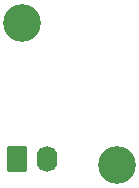
<source format=gbr>
%TF.GenerationSoftware,KiCad,Pcbnew,7.0.1*%
%TF.CreationDate,2023-09-08T00:00:39-05:00*%
%TF.ProjectId,proj1,70726f6a-312e-46b6-9963-61645f706362,1.0*%
%TF.SameCoordinates,Original*%
%TF.FileFunction,Soldermask,Bot*%
%TF.FilePolarity,Negative*%
%FSLAX46Y46*%
G04 Gerber Fmt 4.6, Leading zero omitted, Abs format (unit mm)*
G04 Created by KiCad (PCBNEW 7.0.1) date 2023-09-08 00:00:39*
%MOMM*%
%LPD*%
G01*
G04 APERTURE LIST*
G04 Aperture macros list*
%AMRoundRect*
0 Rectangle with rounded corners*
0 $1 Rounding radius*
0 $2 $3 $4 $5 $6 $7 $8 $9 X,Y pos of 4 corners*
0 Add a 4 corners polygon primitive as box body*
4,1,4,$2,$3,$4,$5,$6,$7,$8,$9,$2,$3,0*
0 Add four circle primitives for the rounded corners*
1,1,$1+$1,$2,$3*
1,1,$1+$1,$4,$5*
1,1,$1+$1,$6,$7*
1,1,$1+$1,$8,$9*
0 Add four rect primitives between the rounded corners*
20,1,$1+$1,$2,$3,$4,$5,0*
20,1,$1+$1,$4,$5,$6,$7,0*
20,1,$1+$1,$6,$7,$8,$9,0*
20,1,$1+$1,$8,$9,$2,$3,0*%
G04 Aperture macros list end*
%ADD10C,3.200000*%
%ADD11RoundRect,0.250000X-0.620000X-0.845000X0.620000X-0.845000X0.620000X0.845000X-0.620000X0.845000X0*%
%ADD12O,1.740000X2.190000*%
G04 APERTURE END LIST*
D10*
%TO.C,REF\u002A\u002A*%
X117000000Y-83000000D03*
%TD*%
%TO.C,REF\u002A\u002A*%
X109000000Y-71000000D03*
%TD*%
D11*
%TO.C,J1*%
X108585000Y-82550000D03*
D12*
X111125000Y-82550000D03*
%TD*%
M02*

</source>
